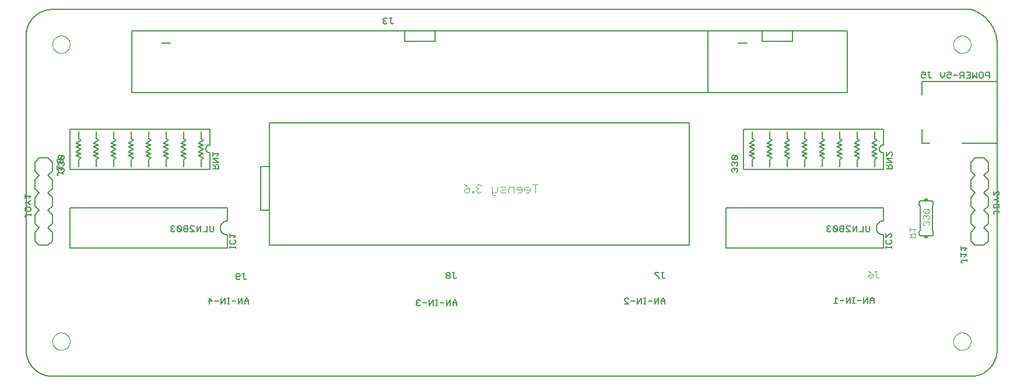
<source format=gbo>
G75*
%MOIN*%
%OFA0B0*%
%FSLAX25Y25*%
%IPPOS*%
%LPD*%
%AMOC8*
5,1,8,0,0,1.08239X$1,22.5*
%
%ADD10C,0.00000*%
%ADD11C,0.00600*%
%ADD12C,0.00500*%
%ADD13C,0.00800*%
%ADD14C,0.00400*%
%ADD15R,0.02000X0.01500*%
D10*
X0019000Y0021300D02*
X0019002Y0021441D01*
X0019008Y0021582D01*
X0019018Y0021722D01*
X0019032Y0021862D01*
X0019050Y0022002D01*
X0019071Y0022141D01*
X0019097Y0022280D01*
X0019126Y0022418D01*
X0019160Y0022554D01*
X0019197Y0022690D01*
X0019238Y0022825D01*
X0019283Y0022959D01*
X0019332Y0023091D01*
X0019384Y0023222D01*
X0019440Y0023351D01*
X0019500Y0023478D01*
X0019563Y0023604D01*
X0019629Y0023728D01*
X0019700Y0023851D01*
X0019773Y0023971D01*
X0019850Y0024089D01*
X0019930Y0024205D01*
X0020014Y0024318D01*
X0020100Y0024429D01*
X0020190Y0024538D01*
X0020283Y0024644D01*
X0020378Y0024747D01*
X0020477Y0024848D01*
X0020578Y0024946D01*
X0020682Y0025041D01*
X0020789Y0025133D01*
X0020898Y0025222D01*
X0021010Y0025307D01*
X0021124Y0025390D01*
X0021240Y0025470D01*
X0021359Y0025546D01*
X0021480Y0025618D01*
X0021602Y0025688D01*
X0021727Y0025753D01*
X0021853Y0025816D01*
X0021981Y0025874D01*
X0022111Y0025929D01*
X0022242Y0025981D01*
X0022375Y0026028D01*
X0022509Y0026072D01*
X0022644Y0026113D01*
X0022780Y0026149D01*
X0022917Y0026181D01*
X0023055Y0026210D01*
X0023193Y0026235D01*
X0023333Y0026255D01*
X0023473Y0026272D01*
X0023613Y0026285D01*
X0023754Y0026294D01*
X0023894Y0026299D01*
X0024035Y0026300D01*
X0024176Y0026297D01*
X0024317Y0026290D01*
X0024457Y0026279D01*
X0024597Y0026264D01*
X0024737Y0026245D01*
X0024876Y0026223D01*
X0025014Y0026196D01*
X0025152Y0026166D01*
X0025288Y0026131D01*
X0025424Y0026093D01*
X0025558Y0026051D01*
X0025692Y0026005D01*
X0025824Y0025956D01*
X0025954Y0025902D01*
X0026083Y0025845D01*
X0026210Y0025785D01*
X0026336Y0025721D01*
X0026459Y0025653D01*
X0026581Y0025582D01*
X0026701Y0025508D01*
X0026818Y0025430D01*
X0026933Y0025349D01*
X0027046Y0025265D01*
X0027157Y0025178D01*
X0027265Y0025087D01*
X0027370Y0024994D01*
X0027473Y0024897D01*
X0027573Y0024798D01*
X0027670Y0024696D01*
X0027764Y0024591D01*
X0027855Y0024484D01*
X0027943Y0024374D01*
X0028028Y0024262D01*
X0028110Y0024147D01*
X0028189Y0024030D01*
X0028264Y0023911D01*
X0028336Y0023790D01*
X0028404Y0023667D01*
X0028469Y0023542D01*
X0028531Y0023415D01*
X0028588Y0023286D01*
X0028643Y0023156D01*
X0028693Y0023025D01*
X0028740Y0022892D01*
X0028783Y0022758D01*
X0028822Y0022622D01*
X0028857Y0022486D01*
X0028889Y0022349D01*
X0028916Y0022211D01*
X0028940Y0022072D01*
X0028960Y0021932D01*
X0028976Y0021792D01*
X0028988Y0021652D01*
X0028996Y0021511D01*
X0029000Y0021370D01*
X0029000Y0021230D01*
X0028996Y0021089D01*
X0028988Y0020948D01*
X0028976Y0020808D01*
X0028960Y0020668D01*
X0028940Y0020528D01*
X0028916Y0020389D01*
X0028889Y0020251D01*
X0028857Y0020114D01*
X0028822Y0019978D01*
X0028783Y0019842D01*
X0028740Y0019708D01*
X0028693Y0019575D01*
X0028643Y0019444D01*
X0028588Y0019314D01*
X0028531Y0019185D01*
X0028469Y0019058D01*
X0028404Y0018933D01*
X0028336Y0018810D01*
X0028264Y0018689D01*
X0028189Y0018570D01*
X0028110Y0018453D01*
X0028028Y0018338D01*
X0027943Y0018226D01*
X0027855Y0018116D01*
X0027764Y0018009D01*
X0027670Y0017904D01*
X0027573Y0017802D01*
X0027473Y0017703D01*
X0027370Y0017606D01*
X0027265Y0017513D01*
X0027157Y0017422D01*
X0027046Y0017335D01*
X0026933Y0017251D01*
X0026818Y0017170D01*
X0026701Y0017092D01*
X0026581Y0017018D01*
X0026459Y0016947D01*
X0026336Y0016879D01*
X0026210Y0016815D01*
X0026083Y0016755D01*
X0025954Y0016698D01*
X0025824Y0016644D01*
X0025692Y0016595D01*
X0025558Y0016549D01*
X0025424Y0016507D01*
X0025288Y0016469D01*
X0025152Y0016434D01*
X0025014Y0016404D01*
X0024876Y0016377D01*
X0024737Y0016355D01*
X0024597Y0016336D01*
X0024457Y0016321D01*
X0024317Y0016310D01*
X0024176Y0016303D01*
X0024035Y0016300D01*
X0023894Y0016301D01*
X0023754Y0016306D01*
X0023613Y0016315D01*
X0023473Y0016328D01*
X0023333Y0016345D01*
X0023193Y0016365D01*
X0023055Y0016390D01*
X0022917Y0016419D01*
X0022780Y0016451D01*
X0022644Y0016487D01*
X0022509Y0016528D01*
X0022375Y0016572D01*
X0022242Y0016619D01*
X0022111Y0016671D01*
X0021981Y0016726D01*
X0021853Y0016784D01*
X0021727Y0016847D01*
X0021602Y0016912D01*
X0021480Y0016982D01*
X0021359Y0017054D01*
X0021240Y0017130D01*
X0021124Y0017210D01*
X0021010Y0017293D01*
X0020898Y0017378D01*
X0020789Y0017467D01*
X0020682Y0017559D01*
X0020578Y0017654D01*
X0020477Y0017752D01*
X0020378Y0017853D01*
X0020283Y0017956D01*
X0020190Y0018062D01*
X0020100Y0018171D01*
X0020014Y0018282D01*
X0019930Y0018395D01*
X0019850Y0018511D01*
X0019773Y0018629D01*
X0019700Y0018749D01*
X0019629Y0018872D01*
X0019563Y0018996D01*
X0019500Y0019122D01*
X0019440Y0019249D01*
X0019384Y0019378D01*
X0019332Y0019509D01*
X0019283Y0019641D01*
X0019238Y0019775D01*
X0019197Y0019910D01*
X0019160Y0020046D01*
X0019126Y0020182D01*
X0019097Y0020320D01*
X0019071Y0020459D01*
X0019050Y0020598D01*
X0019032Y0020738D01*
X0019018Y0020878D01*
X0019008Y0021018D01*
X0019002Y0021159D01*
X0019000Y0021300D01*
X0019000Y0191300D02*
X0019002Y0191441D01*
X0019008Y0191582D01*
X0019018Y0191722D01*
X0019032Y0191862D01*
X0019050Y0192002D01*
X0019071Y0192141D01*
X0019097Y0192280D01*
X0019126Y0192418D01*
X0019160Y0192554D01*
X0019197Y0192690D01*
X0019238Y0192825D01*
X0019283Y0192959D01*
X0019332Y0193091D01*
X0019384Y0193222D01*
X0019440Y0193351D01*
X0019500Y0193478D01*
X0019563Y0193604D01*
X0019629Y0193728D01*
X0019700Y0193851D01*
X0019773Y0193971D01*
X0019850Y0194089D01*
X0019930Y0194205D01*
X0020014Y0194318D01*
X0020100Y0194429D01*
X0020190Y0194538D01*
X0020283Y0194644D01*
X0020378Y0194747D01*
X0020477Y0194848D01*
X0020578Y0194946D01*
X0020682Y0195041D01*
X0020789Y0195133D01*
X0020898Y0195222D01*
X0021010Y0195307D01*
X0021124Y0195390D01*
X0021240Y0195470D01*
X0021359Y0195546D01*
X0021480Y0195618D01*
X0021602Y0195688D01*
X0021727Y0195753D01*
X0021853Y0195816D01*
X0021981Y0195874D01*
X0022111Y0195929D01*
X0022242Y0195981D01*
X0022375Y0196028D01*
X0022509Y0196072D01*
X0022644Y0196113D01*
X0022780Y0196149D01*
X0022917Y0196181D01*
X0023055Y0196210D01*
X0023193Y0196235D01*
X0023333Y0196255D01*
X0023473Y0196272D01*
X0023613Y0196285D01*
X0023754Y0196294D01*
X0023894Y0196299D01*
X0024035Y0196300D01*
X0024176Y0196297D01*
X0024317Y0196290D01*
X0024457Y0196279D01*
X0024597Y0196264D01*
X0024737Y0196245D01*
X0024876Y0196223D01*
X0025014Y0196196D01*
X0025152Y0196166D01*
X0025288Y0196131D01*
X0025424Y0196093D01*
X0025558Y0196051D01*
X0025692Y0196005D01*
X0025824Y0195956D01*
X0025954Y0195902D01*
X0026083Y0195845D01*
X0026210Y0195785D01*
X0026336Y0195721D01*
X0026459Y0195653D01*
X0026581Y0195582D01*
X0026701Y0195508D01*
X0026818Y0195430D01*
X0026933Y0195349D01*
X0027046Y0195265D01*
X0027157Y0195178D01*
X0027265Y0195087D01*
X0027370Y0194994D01*
X0027473Y0194897D01*
X0027573Y0194798D01*
X0027670Y0194696D01*
X0027764Y0194591D01*
X0027855Y0194484D01*
X0027943Y0194374D01*
X0028028Y0194262D01*
X0028110Y0194147D01*
X0028189Y0194030D01*
X0028264Y0193911D01*
X0028336Y0193790D01*
X0028404Y0193667D01*
X0028469Y0193542D01*
X0028531Y0193415D01*
X0028588Y0193286D01*
X0028643Y0193156D01*
X0028693Y0193025D01*
X0028740Y0192892D01*
X0028783Y0192758D01*
X0028822Y0192622D01*
X0028857Y0192486D01*
X0028889Y0192349D01*
X0028916Y0192211D01*
X0028940Y0192072D01*
X0028960Y0191932D01*
X0028976Y0191792D01*
X0028988Y0191652D01*
X0028996Y0191511D01*
X0029000Y0191370D01*
X0029000Y0191230D01*
X0028996Y0191089D01*
X0028988Y0190948D01*
X0028976Y0190808D01*
X0028960Y0190668D01*
X0028940Y0190528D01*
X0028916Y0190389D01*
X0028889Y0190251D01*
X0028857Y0190114D01*
X0028822Y0189978D01*
X0028783Y0189842D01*
X0028740Y0189708D01*
X0028693Y0189575D01*
X0028643Y0189444D01*
X0028588Y0189314D01*
X0028531Y0189185D01*
X0028469Y0189058D01*
X0028404Y0188933D01*
X0028336Y0188810D01*
X0028264Y0188689D01*
X0028189Y0188570D01*
X0028110Y0188453D01*
X0028028Y0188338D01*
X0027943Y0188226D01*
X0027855Y0188116D01*
X0027764Y0188009D01*
X0027670Y0187904D01*
X0027573Y0187802D01*
X0027473Y0187703D01*
X0027370Y0187606D01*
X0027265Y0187513D01*
X0027157Y0187422D01*
X0027046Y0187335D01*
X0026933Y0187251D01*
X0026818Y0187170D01*
X0026701Y0187092D01*
X0026581Y0187018D01*
X0026459Y0186947D01*
X0026336Y0186879D01*
X0026210Y0186815D01*
X0026083Y0186755D01*
X0025954Y0186698D01*
X0025824Y0186644D01*
X0025692Y0186595D01*
X0025558Y0186549D01*
X0025424Y0186507D01*
X0025288Y0186469D01*
X0025152Y0186434D01*
X0025014Y0186404D01*
X0024876Y0186377D01*
X0024737Y0186355D01*
X0024597Y0186336D01*
X0024457Y0186321D01*
X0024317Y0186310D01*
X0024176Y0186303D01*
X0024035Y0186300D01*
X0023894Y0186301D01*
X0023754Y0186306D01*
X0023613Y0186315D01*
X0023473Y0186328D01*
X0023333Y0186345D01*
X0023193Y0186365D01*
X0023055Y0186390D01*
X0022917Y0186419D01*
X0022780Y0186451D01*
X0022644Y0186487D01*
X0022509Y0186528D01*
X0022375Y0186572D01*
X0022242Y0186619D01*
X0022111Y0186671D01*
X0021981Y0186726D01*
X0021853Y0186784D01*
X0021727Y0186847D01*
X0021602Y0186912D01*
X0021480Y0186982D01*
X0021359Y0187054D01*
X0021240Y0187130D01*
X0021124Y0187210D01*
X0021010Y0187293D01*
X0020898Y0187378D01*
X0020789Y0187467D01*
X0020682Y0187559D01*
X0020578Y0187654D01*
X0020477Y0187752D01*
X0020378Y0187853D01*
X0020283Y0187956D01*
X0020190Y0188062D01*
X0020100Y0188171D01*
X0020014Y0188282D01*
X0019930Y0188395D01*
X0019850Y0188511D01*
X0019773Y0188629D01*
X0019700Y0188749D01*
X0019629Y0188872D01*
X0019563Y0188996D01*
X0019500Y0189122D01*
X0019440Y0189249D01*
X0019384Y0189378D01*
X0019332Y0189509D01*
X0019283Y0189641D01*
X0019238Y0189775D01*
X0019197Y0189910D01*
X0019160Y0190046D01*
X0019126Y0190182D01*
X0019097Y0190320D01*
X0019071Y0190459D01*
X0019050Y0190598D01*
X0019032Y0190738D01*
X0019018Y0190878D01*
X0019008Y0191018D01*
X0019002Y0191159D01*
X0019000Y0191300D01*
X0534000Y0191300D02*
X0534002Y0191441D01*
X0534008Y0191582D01*
X0534018Y0191722D01*
X0534032Y0191862D01*
X0534050Y0192002D01*
X0534071Y0192141D01*
X0534097Y0192280D01*
X0534126Y0192418D01*
X0534160Y0192554D01*
X0534197Y0192690D01*
X0534238Y0192825D01*
X0534283Y0192959D01*
X0534332Y0193091D01*
X0534384Y0193222D01*
X0534440Y0193351D01*
X0534500Y0193478D01*
X0534563Y0193604D01*
X0534629Y0193728D01*
X0534700Y0193851D01*
X0534773Y0193971D01*
X0534850Y0194089D01*
X0534930Y0194205D01*
X0535014Y0194318D01*
X0535100Y0194429D01*
X0535190Y0194538D01*
X0535283Y0194644D01*
X0535378Y0194747D01*
X0535477Y0194848D01*
X0535578Y0194946D01*
X0535682Y0195041D01*
X0535789Y0195133D01*
X0535898Y0195222D01*
X0536010Y0195307D01*
X0536124Y0195390D01*
X0536240Y0195470D01*
X0536359Y0195546D01*
X0536480Y0195618D01*
X0536602Y0195688D01*
X0536727Y0195753D01*
X0536853Y0195816D01*
X0536981Y0195874D01*
X0537111Y0195929D01*
X0537242Y0195981D01*
X0537375Y0196028D01*
X0537509Y0196072D01*
X0537644Y0196113D01*
X0537780Y0196149D01*
X0537917Y0196181D01*
X0538055Y0196210D01*
X0538193Y0196235D01*
X0538333Y0196255D01*
X0538473Y0196272D01*
X0538613Y0196285D01*
X0538754Y0196294D01*
X0538894Y0196299D01*
X0539035Y0196300D01*
X0539176Y0196297D01*
X0539317Y0196290D01*
X0539457Y0196279D01*
X0539597Y0196264D01*
X0539737Y0196245D01*
X0539876Y0196223D01*
X0540014Y0196196D01*
X0540152Y0196166D01*
X0540288Y0196131D01*
X0540424Y0196093D01*
X0540558Y0196051D01*
X0540692Y0196005D01*
X0540824Y0195956D01*
X0540954Y0195902D01*
X0541083Y0195845D01*
X0541210Y0195785D01*
X0541336Y0195721D01*
X0541459Y0195653D01*
X0541581Y0195582D01*
X0541701Y0195508D01*
X0541818Y0195430D01*
X0541933Y0195349D01*
X0542046Y0195265D01*
X0542157Y0195178D01*
X0542265Y0195087D01*
X0542370Y0194994D01*
X0542473Y0194897D01*
X0542573Y0194798D01*
X0542670Y0194696D01*
X0542764Y0194591D01*
X0542855Y0194484D01*
X0542943Y0194374D01*
X0543028Y0194262D01*
X0543110Y0194147D01*
X0543189Y0194030D01*
X0543264Y0193911D01*
X0543336Y0193790D01*
X0543404Y0193667D01*
X0543469Y0193542D01*
X0543531Y0193415D01*
X0543588Y0193286D01*
X0543643Y0193156D01*
X0543693Y0193025D01*
X0543740Y0192892D01*
X0543783Y0192758D01*
X0543822Y0192622D01*
X0543857Y0192486D01*
X0543889Y0192349D01*
X0543916Y0192211D01*
X0543940Y0192072D01*
X0543960Y0191932D01*
X0543976Y0191792D01*
X0543988Y0191652D01*
X0543996Y0191511D01*
X0544000Y0191370D01*
X0544000Y0191230D01*
X0543996Y0191089D01*
X0543988Y0190948D01*
X0543976Y0190808D01*
X0543960Y0190668D01*
X0543940Y0190528D01*
X0543916Y0190389D01*
X0543889Y0190251D01*
X0543857Y0190114D01*
X0543822Y0189978D01*
X0543783Y0189842D01*
X0543740Y0189708D01*
X0543693Y0189575D01*
X0543643Y0189444D01*
X0543588Y0189314D01*
X0543531Y0189185D01*
X0543469Y0189058D01*
X0543404Y0188933D01*
X0543336Y0188810D01*
X0543264Y0188689D01*
X0543189Y0188570D01*
X0543110Y0188453D01*
X0543028Y0188338D01*
X0542943Y0188226D01*
X0542855Y0188116D01*
X0542764Y0188009D01*
X0542670Y0187904D01*
X0542573Y0187802D01*
X0542473Y0187703D01*
X0542370Y0187606D01*
X0542265Y0187513D01*
X0542157Y0187422D01*
X0542046Y0187335D01*
X0541933Y0187251D01*
X0541818Y0187170D01*
X0541701Y0187092D01*
X0541581Y0187018D01*
X0541459Y0186947D01*
X0541336Y0186879D01*
X0541210Y0186815D01*
X0541083Y0186755D01*
X0540954Y0186698D01*
X0540824Y0186644D01*
X0540692Y0186595D01*
X0540558Y0186549D01*
X0540424Y0186507D01*
X0540288Y0186469D01*
X0540152Y0186434D01*
X0540014Y0186404D01*
X0539876Y0186377D01*
X0539737Y0186355D01*
X0539597Y0186336D01*
X0539457Y0186321D01*
X0539317Y0186310D01*
X0539176Y0186303D01*
X0539035Y0186300D01*
X0538894Y0186301D01*
X0538754Y0186306D01*
X0538613Y0186315D01*
X0538473Y0186328D01*
X0538333Y0186345D01*
X0538193Y0186365D01*
X0538055Y0186390D01*
X0537917Y0186419D01*
X0537780Y0186451D01*
X0537644Y0186487D01*
X0537509Y0186528D01*
X0537375Y0186572D01*
X0537242Y0186619D01*
X0537111Y0186671D01*
X0536981Y0186726D01*
X0536853Y0186784D01*
X0536727Y0186847D01*
X0536602Y0186912D01*
X0536480Y0186982D01*
X0536359Y0187054D01*
X0536240Y0187130D01*
X0536124Y0187210D01*
X0536010Y0187293D01*
X0535898Y0187378D01*
X0535789Y0187467D01*
X0535682Y0187559D01*
X0535578Y0187654D01*
X0535477Y0187752D01*
X0535378Y0187853D01*
X0535283Y0187956D01*
X0535190Y0188062D01*
X0535100Y0188171D01*
X0535014Y0188282D01*
X0534930Y0188395D01*
X0534850Y0188511D01*
X0534773Y0188629D01*
X0534700Y0188749D01*
X0534629Y0188872D01*
X0534563Y0188996D01*
X0534500Y0189122D01*
X0534440Y0189249D01*
X0534384Y0189378D01*
X0534332Y0189509D01*
X0534283Y0189641D01*
X0534238Y0189775D01*
X0534197Y0189910D01*
X0534160Y0190046D01*
X0534126Y0190182D01*
X0534097Y0190320D01*
X0534071Y0190459D01*
X0534050Y0190598D01*
X0534032Y0190738D01*
X0534018Y0190878D01*
X0534008Y0191018D01*
X0534002Y0191159D01*
X0534000Y0191300D01*
X0534000Y0021300D02*
X0534002Y0021441D01*
X0534008Y0021582D01*
X0534018Y0021722D01*
X0534032Y0021862D01*
X0534050Y0022002D01*
X0534071Y0022141D01*
X0534097Y0022280D01*
X0534126Y0022418D01*
X0534160Y0022554D01*
X0534197Y0022690D01*
X0534238Y0022825D01*
X0534283Y0022959D01*
X0534332Y0023091D01*
X0534384Y0023222D01*
X0534440Y0023351D01*
X0534500Y0023478D01*
X0534563Y0023604D01*
X0534629Y0023728D01*
X0534700Y0023851D01*
X0534773Y0023971D01*
X0534850Y0024089D01*
X0534930Y0024205D01*
X0535014Y0024318D01*
X0535100Y0024429D01*
X0535190Y0024538D01*
X0535283Y0024644D01*
X0535378Y0024747D01*
X0535477Y0024848D01*
X0535578Y0024946D01*
X0535682Y0025041D01*
X0535789Y0025133D01*
X0535898Y0025222D01*
X0536010Y0025307D01*
X0536124Y0025390D01*
X0536240Y0025470D01*
X0536359Y0025546D01*
X0536480Y0025618D01*
X0536602Y0025688D01*
X0536727Y0025753D01*
X0536853Y0025816D01*
X0536981Y0025874D01*
X0537111Y0025929D01*
X0537242Y0025981D01*
X0537375Y0026028D01*
X0537509Y0026072D01*
X0537644Y0026113D01*
X0537780Y0026149D01*
X0537917Y0026181D01*
X0538055Y0026210D01*
X0538193Y0026235D01*
X0538333Y0026255D01*
X0538473Y0026272D01*
X0538613Y0026285D01*
X0538754Y0026294D01*
X0538894Y0026299D01*
X0539035Y0026300D01*
X0539176Y0026297D01*
X0539317Y0026290D01*
X0539457Y0026279D01*
X0539597Y0026264D01*
X0539737Y0026245D01*
X0539876Y0026223D01*
X0540014Y0026196D01*
X0540152Y0026166D01*
X0540288Y0026131D01*
X0540424Y0026093D01*
X0540558Y0026051D01*
X0540692Y0026005D01*
X0540824Y0025956D01*
X0540954Y0025902D01*
X0541083Y0025845D01*
X0541210Y0025785D01*
X0541336Y0025721D01*
X0541459Y0025653D01*
X0541581Y0025582D01*
X0541701Y0025508D01*
X0541818Y0025430D01*
X0541933Y0025349D01*
X0542046Y0025265D01*
X0542157Y0025178D01*
X0542265Y0025087D01*
X0542370Y0024994D01*
X0542473Y0024897D01*
X0542573Y0024798D01*
X0542670Y0024696D01*
X0542764Y0024591D01*
X0542855Y0024484D01*
X0542943Y0024374D01*
X0543028Y0024262D01*
X0543110Y0024147D01*
X0543189Y0024030D01*
X0543264Y0023911D01*
X0543336Y0023790D01*
X0543404Y0023667D01*
X0543469Y0023542D01*
X0543531Y0023415D01*
X0543588Y0023286D01*
X0543643Y0023156D01*
X0543693Y0023025D01*
X0543740Y0022892D01*
X0543783Y0022758D01*
X0543822Y0022622D01*
X0543857Y0022486D01*
X0543889Y0022349D01*
X0543916Y0022211D01*
X0543940Y0022072D01*
X0543960Y0021932D01*
X0543976Y0021792D01*
X0543988Y0021652D01*
X0543996Y0021511D01*
X0544000Y0021370D01*
X0544000Y0021230D01*
X0543996Y0021089D01*
X0543988Y0020948D01*
X0543976Y0020808D01*
X0543960Y0020668D01*
X0543940Y0020528D01*
X0543916Y0020389D01*
X0543889Y0020251D01*
X0543857Y0020114D01*
X0543822Y0019978D01*
X0543783Y0019842D01*
X0543740Y0019708D01*
X0543693Y0019575D01*
X0543643Y0019444D01*
X0543588Y0019314D01*
X0543531Y0019185D01*
X0543469Y0019058D01*
X0543404Y0018933D01*
X0543336Y0018810D01*
X0543264Y0018689D01*
X0543189Y0018570D01*
X0543110Y0018453D01*
X0543028Y0018338D01*
X0542943Y0018226D01*
X0542855Y0018116D01*
X0542764Y0018009D01*
X0542670Y0017904D01*
X0542573Y0017802D01*
X0542473Y0017703D01*
X0542370Y0017606D01*
X0542265Y0017513D01*
X0542157Y0017422D01*
X0542046Y0017335D01*
X0541933Y0017251D01*
X0541818Y0017170D01*
X0541701Y0017092D01*
X0541581Y0017018D01*
X0541459Y0016947D01*
X0541336Y0016879D01*
X0541210Y0016815D01*
X0541083Y0016755D01*
X0540954Y0016698D01*
X0540824Y0016644D01*
X0540692Y0016595D01*
X0540558Y0016549D01*
X0540424Y0016507D01*
X0540288Y0016469D01*
X0540152Y0016434D01*
X0540014Y0016404D01*
X0539876Y0016377D01*
X0539737Y0016355D01*
X0539597Y0016336D01*
X0539457Y0016321D01*
X0539317Y0016310D01*
X0539176Y0016303D01*
X0539035Y0016300D01*
X0538894Y0016301D01*
X0538754Y0016306D01*
X0538613Y0016315D01*
X0538473Y0016328D01*
X0538333Y0016345D01*
X0538193Y0016365D01*
X0538055Y0016390D01*
X0537917Y0016419D01*
X0537780Y0016451D01*
X0537644Y0016487D01*
X0537509Y0016528D01*
X0537375Y0016572D01*
X0537242Y0016619D01*
X0537111Y0016671D01*
X0536981Y0016726D01*
X0536853Y0016784D01*
X0536727Y0016847D01*
X0536602Y0016912D01*
X0536480Y0016982D01*
X0536359Y0017054D01*
X0536240Y0017130D01*
X0536124Y0017210D01*
X0536010Y0017293D01*
X0535898Y0017378D01*
X0535789Y0017467D01*
X0535682Y0017559D01*
X0535578Y0017654D01*
X0535477Y0017752D01*
X0535378Y0017853D01*
X0535283Y0017956D01*
X0535190Y0018062D01*
X0535100Y0018171D01*
X0535014Y0018282D01*
X0534930Y0018395D01*
X0534850Y0018511D01*
X0534773Y0018629D01*
X0534700Y0018749D01*
X0534629Y0018872D01*
X0534563Y0018996D01*
X0534500Y0019122D01*
X0534440Y0019249D01*
X0534384Y0019378D01*
X0534332Y0019509D01*
X0534283Y0019641D01*
X0534238Y0019775D01*
X0534197Y0019910D01*
X0534160Y0020046D01*
X0534126Y0020182D01*
X0534097Y0020320D01*
X0534071Y0020459D01*
X0534050Y0020598D01*
X0534032Y0020738D01*
X0534018Y0020878D01*
X0534008Y0021018D01*
X0534002Y0021159D01*
X0534000Y0021300D01*
D11*
X0544000Y0001300D02*
X0019000Y0001300D01*
X0018638Y0001304D01*
X0018275Y0001318D01*
X0017913Y0001339D01*
X0017552Y0001370D01*
X0017192Y0001409D01*
X0016833Y0001457D01*
X0016475Y0001514D01*
X0016118Y0001579D01*
X0015763Y0001653D01*
X0015410Y0001736D01*
X0015059Y0001827D01*
X0014711Y0001926D01*
X0014365Y0002034D01*
X0014021Y0002150D01*
X0013681Y0002275D01*
X0013344Y0002407D01*
X0013010Y0002548D01*
X0012679Y0002697D01*
X0012352Y0002854D01*
X0012029Y0003018D01*
X0011710Y0003190D01*
X0011396Y0003370D01*
X0011085Y0003558D01*
X0010780Y0003753D01*
X0010479Y0003955D01*
X0010183Y0004165D01*
X0009893Y0004381D01*
X0009607Y0004605D01*
X0009327Y0004835D01*
X0009053Y0005072D01*
X0008785Y0005316D01*
X0008522Y0005566D01*
X0008266Y0005822D01*
X0008016Y0006085D01*
X0007772Y0006353D01*
X0007535Y0006627D01*
X0007305Y0006907D01*
X0007081Y0007193D01*
X0006865Y0007483D01*
X0006655Y0007779D01*
X0006453Y0008080D01*
X0006258Y0008385D01*
X0006070Y0008696D01*
X0005890Y0009010D01*
X0005718Y0009329D01*
X0005554Y0009652D01*
X0005397Y0009979D01*
X0005248Y0010310D01*
X0005107Y0010644D01*
X0004975Y0010981D01*
X0004850Y0011321D01*
X0004734Y0011665D01*
X0004626Y0012011D01*
X0004527Y0012359D01*
X0004436Y0012710D01*
X0004353Y0013063D01*
X0004279Y0013418D01*
X0004214Y0013775D01*
X0004157Y0014133D01*
X0004109Y0014492D01*
X0004070Y0014852D01*
X0004039Y0015213D01*
X0004018Y0015575D01*
X0004004Y0015938D01*
X0004000Y0016300D01*
X0004000Y0196300D01*
X0004004Y0196662D01*
X0004018Y0197025D01*
X0004039Y0197387D01*
X0004070Y0197748D01*
X0004109Y0198108D01*
X0004157Y0198467D01*
X0004214Y0198825D01*
X0004279Y0199182D01*
X0004353Y0199537D01*
X0004436Y0199890D01*
X0004527Y0200241D01*
X0004626Y0200589D01*
X0004734Y0200935D01*
X0004850Y0201279D01*
X0004975Y0201619D01*
X0005107Y0201956D01*
X0005248Y0202290D01*
X0005397Y0202621D01*
X0005554Y0202948D01*
X0005718Y0203271D01*
X0005890Y0203590D01*
X0006070Y0203904D01*
X0006258Y0204215D01*
X0006453Y0204520D01*
X0006655Y0204821D01*
X0006865Y0205117D01*
X0007081Y0205407D01*
X0007305Y0205693D01*
X0007535Y0205973D01*
X0007772Y0206247D01*
X0008016Y0206515D01*
X0008266Y0206778D01*
X0008522Y0207034D01*
X0008785Y0207284D01*
X0009053Y0207528D01*
X0009327Y0207765D01*
X0009607Y0207995D01*
X0009893Y0208219D01*
X0010183Y0208435D01*
X0010479Y0208645D01*
X0010780Y0208847D01*
X0011085Y0209042D01*
X0011396Y0209230D01*
X0011710Y0209410D01*
X0012029Y0209582D01*
X0012352Y0209746D01*
X0012679Y0209903D01*
X0013010Y0210052D01*
X0013344Y0210193D01*
X0013681Y0210325D01*
X0014021Y0210450D01*
X0014365Y0210566D01*
X0014711Y0210674D01*
X0015059Y0210773D01*
X0015410Y0210864D01*
X0015763Y0210947D01*
X0016118Y0211021D01*
X0016475Y0211086D01*
X0016833Y0211143D01*
X0017192Y0211191D01*
X0017552Y0211230D01*
X0017913Y0211261D01*
X0018275Y0211282D01*
X0018638Y0211296D01*
X0019000Y0211300D01*
X0544000Y0211300D01*
X0544484Y0211152D01*
X0544964Y0210993D01*
X0545440Y0210822D01*
X0545912Y0210640D01*
X0546380Y0210446D01*
X0546842Y0210241D01*
X0547299Y0210025D01*
X0547751Y0209797D01*
X0548198Y0209559D01*
X0548638Y0209310D01*
X0549072Y0209051D01*
X0549500Y0208781D01*
X0549921Y0208500D01*
X0550335Y0208210D01*
X0550742Y0207909D01*
X0551142Y0207599D01*
X0551534Y0207279D01*
X0551918Y0206950D01*
X0552294Y0206612D01*
X0552661Y0206264D01*
X0553021Y0205908D01*
X0553371Y0205543D01*
X0553712Y0205169D01*
X0554044Y0204788D01*
X0554367Y0204398D01*
X0554680Y0204001D01*
X0554984Y0203597D01*
X0555278Y0203185D01*
X0555561Y0202766D01*
X0555834Y0202340D01*
X0556097Y0201908D01*
X0556349Y0201469D01*
X0556591Y0201025D01*
X0556822Y0200574D01*
X0557041Y0200119D01*
X0557250Y0199658D01*
X0557447Y0199192D01*
X0557633Y0198722D01*
X0557808Y0198247D01*
X0557971Y0197768D01*
X0558122Y0197285D01*
X0558261Y0196799D01*
X0558389Y0196309D01*
X0558504Y0195817D01*
X0558608Y0195322D01*
X0558700Y0194824D01*
X0558779Y0194325D01*
X0558847Y0193823D01*
X0558902Y0193320D01*
X0558945Y0192816D01*
X0558975Y0192311D01*
X0558994Y0191806D01*
X0559000Y0191300D01*
X0559000Y0016300D01*
X0558996Y0015938D01*
X0558982Y0015575D01*
X0558961Y0015213D01*
X0558930Y0014852D01*
X0558891Y0014492D01*
X0558843Y0014133D01*
X0558786Y0013775D01*
X0558721Y0013418D01*
X0558647Y0013063D01*
X0558564Y0012710D01*
X0558473Y0012359D01*
X0558374Y0012011D01*
X0558266Y0011665D01*
X0558150Y0011321D01*
X0558025Y0010981D01*
X0557893Y0010644D01*
X0557752Y0010310D01*
X0557603Y0009979D01*
X0557446Y0009652D01*
X0557282Y0009329D01*
X0557110Y0009010D01*
X0556930Y0008696D01*
X0556742Y0008385D01*
X0556547Y0008080D01*
X0556345Y0007779D01*
X0556135Y0007483D01*
X0555919Y0007193D01*
X0555695Y0006907D01*
X0555465Y0006627D01*
X0555228Y0006353D01*
X0554984Y0006085D01*
X0554734Y0005822D01*
X0554478Y0005566D01*
X0554215Y0005316D01*
X0553947Y0005072D01*
X0553673Y0004835D01*
X0553393Y0004605D01*
X0553107Y0004381D01*
X0552817Y0004165D01*
X0552521Y0003955D01*
X0552220Y0003753D01*
X0551915Y0003558D01*
X0551604Y0003370D01*
X0551290Y0003190D01*
X0550971Y0003018D01*
X0550648Y0002854D01*
X0550321Y0002697D01*
X0549990Y0002548D01*
X0549656Y0002407D01*
X0549319Y0002275D01*
X0548979Y0002150D01*
X0548635Y0002034D01*
X0548289Y0001926D01*
X0547941Y0001827D01*
X0547590Y0001736D01*
X0547237Y0001653D01*
X0546882Y0001579D01*
X0546525Y0001514D01*
X0546167Y0001457D01*
X0545808Y0001409D01*
X0545448Y0001370D01*
X0545087Y0001339D01*
X0544725Y0001318D01*
X0544362Y0001304D01*
X0544000Y0001300D01*
X0488700Y0043100D02*
X0488700Y0045369D01*
X0487566Y0046503D01*
X0486431Y0045369D01*
X0486431Y0043100D01*
X0485017Y0043100D02*
X0485017Y0046503D01*
X0482748Y0043100D01*
X0482748Y0046503D01*
X0481334Y0044801D02*
X0479065Y0044801D01*
X0477651Y0043100D02*
X0476516Y0043100D01*
X0477083Y0043100D02*
X0477083Y0046503D01*
X0476516Y0046503D02*
X0477651Y0046503D01*
X0475195Y0046503D02*
X0472927Y0043100D01*
X0472927Y0046503D01*
X0471512Y0044801D02*
X0469243Y0044801D01*
X0467829Y0045369D02*
X0466695Y0046503D01*
X0466695Y0043100D01*
X0467829Y0043100D02*
X0465560Y0043100D01*
X0475195Y0043100D02*
X0475195Y0046503D01*
X0486431Y0044801D02*
X0488700Y0044801D01*
X0494000Y0074800D02*
X0404000Y0074800D01*
X0404000Y0097800D01*
X0494000Y0097800D01*
X0494000Y0090300D01*
X0486200Y0087503D02*
X0486200Y0084667D01*
X0485633Y0084100D01*
X0484499Y0084100D01*
X0483931Y0084667D01*
X0483931Y0087503D01*
X0482517Y0087503D02*
X0482517Y0084100D01*
X0480248Y0084100D01*
X0478834Y0084100D02*
X0478834Y0087503D01*
X0476565Y0084100D01*
X0476565Y0087503D01*
X0475151Y0086936D02*
X0474583Y0087503D01*
X0473449Y0087503D01*
X0472882Y0086936D01*
X0472882Y0086369D01*
X0475151Y0084100D01*
X0472882Y0084100D01*
X0471467Y0084667D02*
X0471467Y0085234D01*
X0470900Y0085801D01*
X0469766Y0085801D01*
X0469199Y0085234D01*
X0469199Y0084667D01*
X0469766Y0084100D01*
X0470900Y0084100D01*
X0471467Y0084667D01*
X0470900Y0085801D02*
X0471467Y0086369D01*
X0471467Y0086936D01*
X0470900Y0087503D01*
X0469766Y0087503D01*
X0469199Y0086936D01*
X0469199Y0086369D01*
X0469766Y0085801D01*
X0467784Y0084667D02*
X0467784Y0086936D01*
X0467217Y0087503D01*
X0466083Y0087503D01*
X0465516Y0086936D01*
X0467784Y0084667D01*
X0467217Y0084100D01*
X0466083Y0084100D01*
X0465516Y0084667D01*
X0465516Y0086936D01*
X0464101Y0086936D02*
X0463534Y0087503D01*
X0462400Y0087503D01*
X0461833Y0086936D01*
X0461833Y0086369D01*
X0462400Y0085801D01*
X0461833Y0085234D01*
X0461833Y0084667D01*
X0462400Y0084100D01*
X0463534Y0084100D01*
X0464101Y0084667D01*
X0462967Y0085801D02*
X0462400Y0085801D01*
X0494000Y0082300D02*
X0493874Y0082302D01*
X0493749Y0082308D01*
X0493624Y0082318D01*
X0493499Y0082332D01*
X0493374Y0082349D01*
X0493250Y0082371D01*
X0493127Y0082396D01*
X0493005Y0082426D01*
X0492884Y0082459D01*
X0492764Y0082496D01*
X0492645Y0082536D01*
X0492528Y0082581D01*
X0492411Y0082629D01*
X0492297Y0082681D01*
X0492184Y0082736D01*
X0492073Y0082795D01*
X0491964Y0082857D01*
X0491857Y0082923D01*
X0491752Y0082992D01*
X0491649Y0083064D01*
X0491548Y0083139D01*
X0491450Y0083218D01*
X0491355Y0083300D01*
X0491262Y0083384D01*
X0491172Y0083472D01*
X0491084Y0083562D01*
X0491000Y0083655D01*
X0490918Y0083750D01*
X0490839Y0083848D01*
X0490764Y0083949D01*
X0490692Y0084052D01*
X0490623Y0084157D01*
X0490557Y0084264D01*
X0490495Y0084373D01*
X0490436Y0084484D01*
X0490381Y0084597D01*
X0490329Y0084711D01*
X0490281Y0084828D01*
X0490236Y0084945D01*
X0490196Y0085064D01*
X0490159Y0085184D01*
X0490126Y0085305D01*
X0490096Y0085427D01*
X0490071Y0085550D01*
X0490049Y0085674D01*
X0490032Y0085799D01*
X0490018Y0085924D01*
X0490008Y0086049D01*
X0490002Y0086174D01*
X0490000Y0086300D01*
X0490002Y0086426D01*
X0490008Y0086551D01*
X0490018Y0086676D01*
X0490032Y0086801D01*
X0490049Y0086926D01*
X0490071Y0087050D01*
X0490096Y0087173D01*
X0490126Y0087295D01*
X0490159Y0087416D01*
X0490196Y0087536D01*
X0490236Y0087655D01*
X0490281Y0087772D01*
X0490329Y0087889D01*
X0490381Y0088003D01*
X0490436Y0088116D01*
X0490495Y0088227D01*
X0490557Y0088336D01*
X0490623Y0088443D01*
X0490692Y0088548D01*
X0490764Y0088651D01*
X0490839Y0088752D01*
X0490918Y0088850D01*
X0491000Y0088945D01*
X0491084Y0089038D01*
X0491172Y0089128D01*
X0491262Y0089216D01*
X0491355Y0089300D01*
X0491450Y0089382D01*
X0491548Y0089461D01*
X0491649Y0089536D01*
X0491752Y0089608D01*
X0491857Y0089677D01*
X0491964Y0089743D01*
X0492073Y0089805D01*
X0492184Y0089864D01*
X0492297Y0089919D01*
X0492411Y0089971D01*
X0492528Y0090019D01*
X0492645Y0090064D01*
X0492764Y0090104D01*
X0492884Y0090141D01*
X0493005Y0090174D01*
X0493127Y0090204D01*
X0493250Y0090229D01*
X0493374Y0090251D01*
X0493499Y0090268D01*
X0493624Y0090282D01*
X0493749Y0090292D01*
X0493874Y0090298D01*
X0494000Y0090300D01*
X0495300Y0083007D02*
X0495300Y0080739D01*
X0497569Y0083007D01*
X0498136Y0083007D01*
X0498703Y0082440D01*
X0498703Y0081306D01*
X0498136Y0080739D01*
X0498136Y0079324D02*
X0498703Y0078757D01*
X0498703Y0077623D01*
X0498136Y0077055D01*
X0495867Y0077055D01*
X0495300Y0077623D01*
X0495300Y0078757D01*
X0495867Y0079324D01*
X0494000Y0082300D02*
X0494000Y0074800D01*
X0495300Y0074600D02*
X0495300Y0075734D01*
X0495300Y0075167D02*
X0498703Y0075167D01*
X0498703Y0074600D02*
X0498703Y0075734D01*
X0514500Y0082800D02*
X0514500Y0084300D01*
X0515000Y0084800D01*
X0515000Y0098800D01*
X0514500Y0099300D01*
X0514500Y0100800D01*
X0514502Y0100860D01*
X0514507Y0100921D01*
X0514516Y0100980D01*
X0514529Y0101039D01*
X0514545Y0101098D01*
X0514565Y0101155D01*
X0514588Y0101210D01*
X0514615Y0101265D01*
X0514644Y0101317D01*
X0514677Y0101368D01*
X0514713Y0101417D01*
X0514751Y0101463D01*
X0514793Y0101507D01*
X0514837Y0101549D01*
X0514883Y0101587D01*
X0514932Y0101623D01*
X0514983Y0101656D01*
X0515035Y0101685D01*
X0515090Y0101712D01*
X0515145Y0101735D01*
X0515202Y0101755D01*
X0515261Y0101771D01*
X0515320Y0101784D01*
X0515379Y0101793D01*
X0515440Y0101798D01*
X0515500Y0101800D01*
X0521500Y0101800D01*
X0521560Y0101798D01*
X0521621Y0101793D01*
X0521680Y0101784D01*
X0521739Y0101771D01*
X0521798Y0101755D01*
X0521855Y0101735D01*
X0521910Y0101712D01*
X0521965Y0101685D01*
X0522017Y0101656D01*
X0522068Y0101623D01*
X0522117Y0101587D01*
X0522163Y0101549D01*
X0522207Y0101507D01*
X0522249Y0101463D01*
X0522287Y0101417D01*
X0522323Y0101368D01*
X0522356Y0101317D01*
X0522385Y0101265D01*
X0522412Y0101210D01*
X0522435Y0101155D01*
X0522455Y0101098D01*
X0522471Y0101039D01*
X0522484Y0100980D01*
X0522493Y0100921D01*
X0522498Y0100860D01*
X0522500Y0100800D01*
X0522500Y0099300D01*
X0522000Y0098800D01*
X0522000Y0084800D01*
X0522500Y0084300D01*
X0522500Y0082800D01*
X0522498Y0082740D01*
X0522493Y0082679D01*
X0522484Y0082620D01*
X0522471Y0082561D01*
X0522455Y0082502D01*
X0522435Y0082445D01*
X0522412Y0082390D01*
X0522385Y0082335D01*
X0522356Y0082283D01*
X0522323Y0082232D01*
X0522287Y0082183D01*
X0522249Y0082137D01*
X0522207Y0082093D01*
X0522163Y0082051D01*
X0522117Y0082013D01*
X0522068Y0081977D01*
X0522017Y0081944D01*
X0521965Y0081915D01*
X0521910Y0081888D01*
X0521855Y0081865D01*
X0521798Y0081845D01*
X0521739Y0081829D01*
X0521680Y0081816D01*
X0521621Y0081807D01*
X0521560Y0081802D01*
X0521500Y0081800D01*
X0515500Y0081800D01*
X0515440Y0081802D01*
X0515379Y0081807D01*
X0515320Y0081816D01*
X0515261Y0081829D01*
X0515202Y0081845D01*
X0515145Y0081865D01*
X0515090Y0081888D01*
X0515035Y0081915D01*
X0514983Y0081944D01*
X0514932Y0081977D01*
X0514883Y0082013D01*
X0514837Y0082051D01*
X0514793Y0082093D01*
X0514751Y0082137D01*
X0514713Y0082183D01*
X0514677Y0082232D01*
X0514644Y0082283D01*
X0514615Y0082335D01*
X0514588Y0082390D01*
X0514565Y0082445D01*
X0514545Y0082502D01*
X0514529Y0082561D01*
X0514516Y0082620D01*
X0514507Y0082679D01*
X0514502Y0082740D01*
X0514500Y0082800D01*
X0499203Y0120100D02*
X0495800Y0120100D01*
X0496934Y0120100D02*
X0496934Y0121801D01*
X0497501Y0122369D01*
X0498636Y0122369D01*
X0499203Y0121801D01*
X0499203Y0120100D01*
X0496934Y0121234D02*
X0495800Y0122369D01*
X0495800Y0123783D02*
X0499203Y0123783D01*
X0495800Y0126052D01*
X0499203Y0126052D01*
X0498636Y0127466D02*
X0499203Y0128033D01*
X0499203Y0129168D01*
X0498636Y0129735D01*
X0498069Y0129735D01*
X0495800Y0127466D01*
X0495800Y0129735D01*
X0494000Y0129300D02*
X0494000Y0119800D01*
X0414000Y0119800D01*
X0414000Y0142800D01*
X0494000Y0142800D01*
X0494000Y0133800D01*
X0493907Y0133798D01*
X0493814Y0133792D01*
X0493722Y0133783D01*
X0493630Y0133769D01*
X0493538Y0133752D01*
X0493448Y0133731D01*
X0493358Y0133706D01*
X0493269Y0133678D01*
X0493182Y0133646D01*
X0493096Y0133610D01*
X0493012Y0133571D01*
X0492929Y0133529D01*
X0492848Y0133483D01*
X0492769Y0133434D01*
X0492693Y0133381D01*
X0492618Y0133326D01*
X0492546Y0133267D01*
X0492476Y0133205D01*
X0492409Y0133141D01*
X0492345Y0133074D01*
X0492283Y0133004D01*
X0492224Y0132932D01*
X0492169Y0132857D01*
X0492116Y0132781D01*
X0492067Y0132702D01*
X0492021Y0132621D01*
X0491979Y0132538D01*
X0491940Y0132454D01*
X0491904Y0132368D01*
X0491872Y0132281D01*
X0491844Y0132192D01*
X0491819Y0132102D01*
X0491798Y0132012D01*
X0491781Y0131920D01*
X0491767Y0131828D01*
X0491758Y0131736D01*
X0491752Y0131643D01*
X0491750Y0131550D01*
X0491752Y0131457D01*
X0491758Y0131364D01*
X0491767Y0131272D01*
X0491781Y0131180D01*
X0491798Y0131088D01*
X0491819Y0130998D01*
X0491844Y0130908D01*
X0491872Y0130819D01*
X0491904Y0130732D01*
X0491940Y0130646D01*
X0491979Y0130562D01*
X0492021Y0130479D01*
X0492067Y0130398D01*
X0492116Y0130319D01*
X0492169Y0130243D01*
X0492224Y0130168D01*
X0492283Y0130096D01*
X0492345Y0130026D01*
X0492409Y0129959D01*
X0492476Y0129895D01*
X0492546Y0129833D01*
X0492618Y0129774D01*
X0492693Y0129719D01*
X0492769Y0129666D01*
X0492848Y0129617D01*
X0492929Y0129571D01*
X0493012Y0129529D01*
X0493096Y0129490D01*
X0493182Y0129454D01*
X0493269Y0129422D01*
X0493358Y0129394D01*
X0493448Y0129369D01*
X0493538Y0129348D01*
X0493630Y0129331D01*
X0493722Y0129317D01*
X0493814Y0129308D01*
X0493907Y0129302D01*
X0494000Y0129300D01*
X0410703Y0127168D02*
X0410136Y0127735D01*
X0407867Y0125466D01*
X0407300Y0126033D01*
X0407300Y0127168D01*
X0407867Y0127735D01*
X0410136Y0127735D01*
X0410703Y0127168D02*
X0410703Y0126033D01*
X0410136Y0125466D01*
X0407867Y0125466D01*
X0407867Y0124052D02*
X0407300Y0123485D01*
X0407300Y0122350D01*
X0407867Y0121783D01*
X0407867Y0120369D02*
X0407300Y0119801D01*
X0407300Y0118667D01*
X0407867Y0118100D01*
X0409001Y0119234D02*
X0409001Y0119801D01*
X0408434Y0120369D01*
X0407867Y0120369D01*
X0409001Y0119801D02*
X0409569Y0120369D01*
X0410136Y0120369D01*
X0410703Y0119801D01*
X0410703Y0118667D01*
X0410136Y0118100D01*
X0410136Y0121783D02*
X0410703Y0122350D01*
X0410703Y0123485D01*
X0410136Y0124052D01*
X0409569Y0124052D01*
X0409001Y0123485D01*
X0408434Y0124052D01*
X0407867Y0124052D01*
X0409001Y0123485D02*
X0409001Y0122917D01*
X0515748Y0172667D02*
X0516315Y0172100D01*
X0517450Y0172100D01*
X0518017Y0172667D01*
X0518017Y0173801D02*
X0516883Y0174369D01*
X0516315Y0174369D01*
X0515748Y0173801D01*
X0515748Y0172667D01*
X0518017Y0173801D02*
X0518017Y0175503D01*
X0515748Y0175503D01*
X0519431Y0175503D02*
X0520566Y0175503D01*
X0519999Y0175503D02*
X0519999Y0172667D01*
X0520566Y0172100D01*
X0521133Y0172100D01*
X0521700Y0172667D01*
X0526649Y0173234D02*
X0527784Y0172100D01*
X0528918Y0173234D01*
X0528918Y0175503D01*
X0530333Y0175503D02*
X0532601Y0175503D01*
X0532601Y0173801D01*
X0531467Y0174369D01*
X0530900Y0174369D01*
X0530333Y0173801D01*
X0530333Y0172667D01*
X0530900Y0172100D01*
X0532034Y0172100D01*
X0532601Y0172667D01*
X0534016Y0173801D02*
X0536284Y0173801D01*
X0537699Y0173801D02*
X0537699Y0174936D01*
X0538266Y0175503D01*
X0539967Y0175503D01*
X0539967Y0172100D01*
X0539967Y0173234D02*
X0538266Y0173234D01*
X0537699Y0173801D01*
X0538833Y0173234D02*
X0537699Y0172100D01*
X0541382Y0172100D02*
X0543651Y0172100D01*
X0543651Y0175503D01*
X0541382Y0175503D01*
X0542516Y0173801D02*
X0543651Y0173801D01*
X0545065Y0172100D02*
X0546199Y0173234D01*
X0547334Y0172100D01*
X0547334Y0175503D01*
X0548748Y0174936D02*
X0548748Y0172667D01*
X0549315Y0172100D01*
X0550450Y0172100D01*
X0551017Y0172667D01*
X0551017Y0174936D01*
X0550450Y0175503D01*
X0549315Y0175503D01*
X0548748Y0174936D01*
X0552431Y0174936D02*
X0552431Y0173801D01*
X0552999Y0173234D01*
X0554700Y0173234D01*
X0554700Y0172100D02*
X0554700Y0175503D01*
X0552999Y0175503D01*
X0552431Y0174936D01*
X0545065Y0175503D02*
X0545065Y0172100D01*
X0526649Y0173234D02*
X0526649Y0175503D01*
X0368366Y0060703D02*
X0367231Y0060703D01*
X0367799Y0060703D02*
X0367799Y0057867D01*
X0368366Y0057300D01*
X0368933Y0057300D01*
X0369500Y0057867D01*
X0365817Y0057867D02*
X0365817Y0057300D01*
X0365817Y0057867D02*
X0363548Y0060136D01*
X0363548Y0060703D01*
X0365817Y0060703D01*
X0365517Y0046003D02*
X0363248Y0042600D01*
X0363248Y0046003D01*
X0361834Y0044301D02*
X0359565Y0044301D01*
X0358151Y0042600D02*
X0357016Y0042600D01*
X0357583Y0042600D02*
X0357583Y0046003D01*
X0357016Y0046003D02*
X0358151Y0046003D01*
X0355695Y0046003D02*
X0353427Y0042600D01*
X0353427Y0046003D01*
X0352012Y0044301D02*
X0349743Y0044301D01*
X0348329Y0045436D02*
X0347762Y0046003D01*
X0346627Y0046003D01*
X0346060Y0045436D01*
X0346060Y0044869D01*
X0348329Y0042600D01*
X0346060Y0042600D01*
X0355695Y0042600D02*
X0355695Y0046003D01*
X0365517Y0046003D02*
X0365517Y0042600D01*
X0366931Y0042600D02*
X0366931Y0044869D01*
X0368066Y0046003D01*
X0369200Y0044869D01*
X0369200Y0042600D01*
X0369200Y0044301D02*
X0366931Y0044301D01*
X0250200Y0043869D02*
X0250200Y0041600D01*
X0250200Y0043301D02*
X0247931Y0043301D01*
X0247931Y0043869D02*
X0247931Y0041600D01*
X0246517Y0041600D02*
X0246517Y0045003D01*
X0244248Y0041600D01*
X0244248Y0045003D01*
X0242834Y0043301D02*
X0240565Y0043301D01*
X0239151Y0041600D02*
X0238016Y0041600D01*
X0238583Y0041600D02*
X0238583Y0045003D01*
X0238016Y0045003D02*
X0239151Y0045003D01*
X0236695Y0045003D02*
X0234427Y0041600D01*
X0234427Y0045003D01*
X0233012Y0043301D02*
X0230743Y0043301D01*
X0229329Y0042167D02*
X0228762Y0041600D01*
X0227627Y0041600D01*
X0227060Y0042167D01*
X0227060Y0042734D01*
X0227627Y0043301D01*
X0228195Y0043301D01*
X0227627Y0043301D02*
X0227060Y0043869D01*
X0227060Y0044436D01*
X0227627Y0045003D01*
X0228762Y0045003D01*
X0229329Y0044436D01*
X0236695Y0045003D02*
X0236695Y0041600D01*
X0247931Y0043869D02*
X0249066Y0045003D01*
X0250200Y0043869D01*
X0249433Y0057300D02*
X0248866Y0057300D01*
X0248299Y0057867D01*
X0248299Y0060703D01*
X0248866Y0060703D02*
X0247731Y0060703D01*
X0246317Y0060136D02*
X0246317Y0059569D01*
X0245750Y0059001D01*
X0244615Y0059001D01*
X0244048Y0058434D01*
X0244048Y0057867D01*
X0244615Y0057300D01*
X0245750Y0057300D01*
X0246317Y0057867D01*
X0246317Y0058434D01*
X0245750Y0059001D01*
X0244615Y0059001D02*
X0244048Y0059569D01*
X0244048Y0060136D01*
X0244615Y0060703D01*
X0245750Y0060703D01*
X0246317Y0060136D01*
X0249433Y0057300D02*
X0250000Y0057867D01*
X0131200Y0044869D02*
X0131200Y0042600D01*
X0131200Y0044301D02*
X0128931Y0044301D01*
X0128931Y0044869D02*
X0128931Y0042600D01*
X0127517Y0042600D02*
X0127517Y0046003D01*
X0125248Y0042600D01*
X0125248Y0046003D01*
X0123834Y0044301D02*
X0121565Y0044301D01*
X0120151Y0042600D02*
X0119016Y0042600D01*
X0119583Y0042600D02*
X0119583Y0046003D01*
X0119016Y0046003D02*
X0120151Y0046003D01*
X0117695Y0046003D02*
X0115427Y0042600D01*
X0115427Y0046003D01*
X0114012Y0044301D02*
X0111743Y0044301D01*
X0110329Y0044301D02*
X0108060Y0044301D01*
X0108627Y0042600D02*
X0108627Y0046003D01*
X0110329Y0044301D01*
X0117695Y0042600D02*
X0117695Y0046003D01*
X0128931Y0044869D02*
X0130066Y0046003D01*
X0131200Y0044869D01*
X0129433Y0056800D02*
X0128866Y0056800D01*
X0128299Y0057367D01*
X0128299Y0060203D01*
X0128866Y0060203D02*
X0127731Y0060203D01*
X0126317Y0059636D02*
X0126317Y0059069D01*
X0125750Y0058501D01*
X0124048Y0058501D01*
X0124048Y0057367D02*
X0124048Y0059636D01*
X0124615Y0060203D01*
X0125750Y0060203D01*
X0126317Y0059636D01*
X0126317Y0057367D02*
X0125750Y0056800D01*
X0124615Y0056800D01*
X0124048Y0057367D01*
X0129433Y0056800D02*
X0130000Y0057367D01*
X0123703Y0074600D02*
X0123703Y0075734D01*
X0123703Y0075167D02*
X0120300Y0075167D01*
X0120300Y0074600D02*
X0120300Y0075734D01*
X0120867Y0077055D02*
X0120300Y0077623D01*
X0120300Y0078757D01*
X0120867Y0079324D01*
X0120300Y0080739D02*
X0120300Y0083007D01*
X0120300Y0081873D02*
X0123703Y0081873D01*
X0122569Y0080739D01*
X0123136Y0079324D02*
X0123703Y0078757D01*
X0123703Y0077623D01*
X0123136Y0077055D01*
X0120867Y0077055D01*
X0119000Y0074800D02*
X0119000Y0082300D01*
X0111200Y0084667D02*
X0110633Y0084100D01*
X0109499Y0084100D01*
X0108931Y0084667D01*
X0108931Y0087503D01*
X0107517Y0087503D02*
X0107517Y0084100D01*
X0105248Y0084100D01*
X0103834Y0084100D02*
X0103834Y0087503D01*
X0101565Y0084100D01*
X0101565Y0087503D01*
X0100151Y0086936D02*
X0099583Y0087503D01*
X0098449Y0087503D01*
X0097882Y0086936D01*
X0097882Y0086369D01*
X0100151Y0084100D01*
X0097882Y0084100D01*
X0096467Y0084667D02*
X0096467Y0085234D01*
X0095900Y0085801D01*
X0094766Y0085801D01*
X0094199Y0085234D01*
X0094199Y0084667D01*
X0094766Y0084100D01*
X0095900Y0084100D01*
X0096467Y0084667D01*
X0095900Y0085801D02*
X0096467Y0086369D01*
X0096467Y0086936D01*
X0095900Y0087503D01*
X0094766Y0087503D01*
X0094199Y0086936D01*
X0094199Y0086369D01*
X0094766Y0085801D01*
X0092784Y0084667D02*
X0092784Y0086936D01*
X0092217Y0087503D01*
X0091083Y0087503D01*
X0090516Y0086936D01*
X0092784Y0084667D01*
X0092217Y0084100D01*
X0091083Y0084100D01*
X0090516Y0084667D01*
X0090516Y0086936D01*
X0089101Y0086936D02*
X0088534Y0087503D01*
X0087400Y0087503D01*
X0086833Y0086936D01*
X0086833Y0086369D01*
X0087400Y0085801D01*
X0086833Y0085234D01*
X0086833Y0084667D01*
X0087400Y0084100D01*
X0088534Y0084100D01*
X0089101Y0084667D01*
X0087967Y0085801D02*
X0087400Y0085801D01*
X0111200Y0084667D02*
X0111200Y0087503D01*
X0119000Y0090300D02*
X0118874Y0090298D01*
X0118749Y0090292D01*
X0118624Y0090282D01*
X0118499Y0090268D01*
X0118374Y0090251D01*
X0118250Y0090229D01*
X0118127Y0090204D01*
X0118005Y0090174D01*
X0117884Y0090141D01*
X0117764Y0090104D01*
X0117645Y0090064D01*
X0117528Y0090019D01*
X0117411Y0089971D01*
X0117297Y0089919D01*
X0117184Y0089864D01*
X0117073Y0089805D01*
X0116964Y0089743D01*
X0116857Y0089677D01*
X0116752Y0089608D01*
X0116649Y0089536D01*
X0116548Y0089461D01*
X0116450Y0089382D01*
X0116355Y0089300D01*
X0116262Y0089216D01*
X0116172Y0089128D01*
X0116084Y0089038D01*
X0116000Y0088945D01*
X0115918Y0088850D01*
X0115839Y0088752D01*
X0115764Y0088651D01*
X0115692Y0088548D01*
X0115623Y0088443D01*
X0115557Y0088336D01*
X0115495Y0088227D01*
X0115436Y0088116D01*
X0115381Y0088003D01*
X0115329Y0087889D01*
X0115281Y0087772D01*
X0115236Y0087655D01*
X0115196Y0087536D01*
X0115159Y0087416D01*
X0115126Y0087295D01*
X0115096Y0087173D01*
X0115071Y0087050D01*
X0115049Y0086926D01*
X0115032Y0086801D01*
X0115018Y0086676D01*
X0115008Y0086551D01*
X0115002Y0086426D01*
X0115000Y0086300D01*
X0115002Y0086174D01*
X0115008Y0086049D01*
X0115018Y0085924D01*
X0115032Y0085799D01*
X0115049Y0085674D01*
X0115071Y0085550D01*
X0115096Y0085427D01*
X0115126Y0085305D01*
X0115159Y0085184D01*
X0115196Y0085064D01*
X0115236Y0084945D01*
X0115281Y0084828D01*
X0115329Y0084711D01*
X0115381Y0084597D01*
X0115436Y0084484D01*
X0115495Y0084373D01*
X0115557Y0084264D01*
X0115623Y0084157D01*
X0115692Y0084052D01*
X0115764Y0083949D01*
X0115839Y0083848D01*
X0115918Y0083750D01*
X0116000Y0083655D01*
X0116084Y0083562D01*
X0116172Y0083472D01*
X0116262Y0083384D01*
X0116355Y0083300D01*
X0116450Y0083218D01*
X0116548Y0083139D01*
X0116649Y0083064D01*
X0116752Y0082992D01*
X0116857Y0082923D01*
X0116964Y0082857D01*
X0117073Y0082795D01*
X0117184Y0082736D01*
X0117297Y0082681D01*
X0117411Y0082629D01*
X0117528Y0082581D01*
X0117645Y0082536D01*
X0117764Y0082496D01*
X0117884Y0082459D01*
X0118005Y0082426D01*
X0118127Y0082396D01*
X0118250Y0082371D01*
X0118374Y0082349D01*
X0118499Y0082332D01*
X0118624Y0082318D01*
X0118749Y0082308D01*
X0118874Y0082302D01*
X0119000Y0082300D01*
X0119000Y0074800D02*
X0029000Y0074800D01*
X0029000Y0097800D01*
X0119000Y0097800D01*
X0119000Y0090300D01*
X0114203Y0120100D02*
X0114203Y0121801D01*
X0113636Y0122369D01*
X0112501Y0122369D01*
X0111934Y0121801D01*
X0111934Y0120100D01*
X0110800Y0120100D02*
X0114203Y0120100D01*
X0111934Y0121234D02*
X0110800Y0122369D01*
X0110800Y0123783D02*
X0114203Y0123783D01*
X0110800Y0126052D01*
X0114203Y0126052D01*
X0113069Y0127466D02*
X0114203Y0128601D01*
X0110800Y0128601D01*
X0110800Y0129735D02*
X0110800Y0127466D01*
X0109000Y0129300D02*
X0109000Y0119800D01*
X0029000Y0119800D01*
X0029000Y0142800D01*
X0109000Y0142800D01*
X0109000Y0133800D01*
X0108907Y0133798D01*
X0108814Y0133792D01*
X0108722Y0133783D01*
X0108630Y0133769D01*
X0108538Y0133752D01*
X0108448Y0133731D01*
X0108358Y0133706D01*
X0108269Y0133678D01*
X0108182Y0133646D01*
X0108096Y0133610D01*
X0108012Y0133571D01*
X0107929Y0133529D01*
X0107848Y0133483D01*
X0107769Y0133434D01*
X0107693Y0133381D01*
X0107618Y0133326D01*
X0107546Y0133267D01*
X0107476Y0133205D01*
X0107409Y0133141D01*
X0107345Y0133074D01*
X0107283Y0133004D01*
X0107224Y0132932D01*
X0107169Y0132857D01*
X0107116Y0132781D01*
X0107067Y0132702D01*
X0107021Y0132621D01*
X0106979Y0132538D01*
X0106940Y0132454D01*
X0106904Y0132368D01*
X0106872Y0132281D01*
X0106844Y0132192D01*
X0106819Y0132102D01*
X0106798Y0132012D01*
X0106781Y0131920D01*
X0106767Y0131828D01*
X0106758Y0131736D01*
X0106752Y0131643D01*
X0106750Y0131550D01*
X0106752Y0131457D01*
X0106758Y0131364D01*
X0106767Y0131272D01*
X0106781Y0131180D01*
X0106798Y0131088D01*
X0106819Y0130998D01*
X0106844Y0130908D01*
X0106872Y0130819D01*
X0106904Y0130732D01*
X0106940Y0130646D01*
X0106979Y0130562D01*
X0107021Y0130479D01*
X0107067Y0130398D01*
X0107116Y0130319D01*
X0107169Y0130243D01*
X0107224Y0130168D01*
X0107283Y0130096D01*
X0107345Y0130026D01*
X0107409Y0129959D01*
X0107476Y0129895D01*
X0107546Y0129833D01*
X0107618Y0129774D01*
X0107693Y0129719D01*
X0107769Y0129666D01*
X0107848Y0129617D01*
X0107929Y0129571D01*
X0108012Y0129529D01*
X0108096Y0129490D01*
X0108182Y0129454D01*
X0108269Y0129422D01*
X0108358Y0129394D01*
X0108448Y0129369D01*
X0108538Y0129348D01*
X0108630Y0129331D01*
X0108722Y0129317D01*
X0108814Y0129308D01*
X0108907Y0129302D01*
X0109000Y0129300D01*
X0025703Y0127168D02*
X0025136Y0127735D01*
X0022867Y0125466D01*
X0022300Y0126033D01*
X0022300Y0127168D01*
X0022867Y0127735D01*
X0025136Y0127735D01*
X0025703Y0127168D02*
X0025703Y0126033D01*
X0025136Y0125466D01*
X0022867Y0125466D01*
X0022367Y0125685D02*
X0021800Y0125118D01*
X0021800Y0123984D01*
X0022367Y0123417D01*
X0024636Y0125685D01*
X0022367Y0125685D01*
X0022867Y0124052D02*
X0022300Y0123485D01*
X0022300Y0122350D01*
X0022867Y0121783D01*
X0021800Y0122002D02*
X0021800Y0119734D01*
X0022300Y0119801D02*
X0022300Y0118667D01*
X0022867Y0118100D01*
X0022367Y0117752D02*
X0025203Y0117752D01*
X0025136Y0118100D02*
X0025703Y0118667D01*
X0025703Y0119801D01*
X0025136Y0120369D01*
X0024569Y0120369D01*
X0024001Y0119801D01*
X0023434Y0120369D01*
X0022867Y0120369D01*
X0022300Y0119801D01*
X0021800Y0120868D02*
X0025203Y0120868D01*
X0024069Y0119734D01*
X0024001Y0119801D02*
X0024001Y0119234D01*
X0025203Y0118319D02*
X0025203Y0117185D01*
X0022367Y0117752D02*
X0021800Y0117185D01*
X0021800Y0116618D01*
X0022367Y0116051D01*
X0025136Y0121783D02*
X0025703Y0122350D01*
X0025703Y0123485D01*
X0025136Y0124052D01*
X0024569Y0124052D01*
X0024001Y0123485D01*
X0023434Y0124052D01*
X0022867Y0124052D01*
X0022367Y0123417D02*
X0024636Y0123417D01*
X0025203Y0123984D01*
X0025203Y0125118D01*
X0024636Y0125685D01*
X0024001Y0123485D02*
X0024001Y0122917D01*
X0208115Y0203667D02*
X0208682Y0203100D01*
X0209816Y0203100D01*
X0210383Y0203667D01*
X0209249Y0204801D02*
X0208682Y0204801D01*
X0208115Y0204234D01*
X0208115Y0203667D01*
X0208682Y0204801D02*
X0208115Y0205369D01*
X0208115Y0205936D01*
X0208682Y0206503D01*
X0209816Y0206503D01*
X0210383Y0205936D01*
X0211798Y0206503D02*
X0212932Y0206503D01*
X0212365Y0206503D02*
X0212365Y0203667D01*
X0212932Y0203100D01*
X0213499Y0203100D01*
X0214066Y0203667D01*
D12*
X0143000Y0146300D02*
X0383000Y0146300D01*
X0383000Y0076300D01*
X0143000Y0076300D01*
X0143000Y0096300D01*
X0138000Y0096300D01*
X0138000Y0121300D01*
X0143000Y0121300D01*
X0143000Y0146300D01*
X0105500Y0136300D02*
X0104000Y0137300D01*
X0104000Y0141300D01*
X0105500Y0136300D02*
X0102500Y0134800D01*
X0105500Y0133800D01*
X0102500Y0132800D01*
X0105500Y0131300D01*
X0102500Y0129800D01*
X0105500Y0128800D01*
X0102500Y0127800D01*
X0105500Y0126300D01*
X0104000Y0125300D01*
X0104000Y0121300D01*
X0095500Y0126300D02*
X0094000Y0125300D01*
X0094000Y0121300D01*
X0095500Y0126300D02*
X0092500Y0127800D01*
X0095500Y0128800D01*
X0092500Y0129800D01*
X0095500Y0131300D01*
X0092500Y0132800D01*
X0095500Y0133800D01*
X0092500Y0134800D01*
X0095500Y0136300D01*
X0094000Y0137300D01*
X0094000Y0141300D01*
X0085500Y0136300D02*
X0084000Y0137300D01*
X0084000Y0141300D01*
X0085500Y0136300D02*
X0082500Y0134800D01*
X0085500Y0133800D01*
X0082500Y0132800D01*
X0085500Y0131300D01*
X0082500Y0129800D01*
X0085500Y0128800D01*
X0082500Y0127800D01*
X0085500Y0126300D01*
X0084000Y0125300D01*
X0084000Y0121300D01*
X0075500Y0126300D02*
X0074000Y0125300D01*
X0074000Y0121300D01*
X0065500Y0126300D02*
X0064000Y0125300D01*
X0064000Y0121300D01*
X0065500Y0126300D02*
X0062500Y0127800D01*
X0065500Y0128800D01*
X0062500Y0129800D01*
X0065500Y0131300D01*
X0062500Y0132800D01*
X0065500Y0133800D01*
X0062500Y0134800D01*
X0065500Y0136300D01*
X0064000Y0137300D01*
X0064000Y0141300D01*
X0074000Y0141300D02*
X0074000Y0137300D01*
X0075500Y0136300D01*
X0072500Y0134800D01*
X0075500Y0133800D01*
X0072500Y0132800D01*
X0075500Y0131300D01*
X0072500Y0129800D01*
X0075500Y0128800D01*
X0072500Y0127800D01*
X0075500Y0126300D01*
X0055500Y0126300D02*
X0054000Y0125300D01*
X0054000Y0121300D01*
X0055500Y0126300D02*
X0052500Y0127800D01*
X0055500Y0128800D01*
X0052500Y0129800D01*
X0055500Y0131300D01*
X0052500Y0132800D01*
X0055500Y0133800D01*
X0052500Y0134800D01*
X0055500Y0136300D01*
X0054000Y0137300D01*
X0054000Y0141300D01*
X0045500Y0136300D02*
X0044000Y0137300D01*
X0044000Y0141300D01*
X0045500Y0136300D02*
X0042500Y0134800D01*
X0045500Y0133800D01*
X0042500Y0132800D01*
X0045500Y0131300D01*
X0042500Y0129800D01*
X0045500Y0128800D01*
X0042500Y0127800D01*
X0045500Y0126300D01*
X0044000Y0125300D01*
X0044000Y0121300D01*
X0035500Y0126300D02*
X0034000Y0125300D01*
X0034000Y0121300D01*
X0035500Y0126300D02*
X0032500Y0127800D01*
X0035500Y0128800D01*
X0032500Y0129800D01*
X0035500Y0131300D01*
X0032500Y0132800D01*
X0035500Y0133800D01*
X0032500Y0134800D01*
X0035500Y0136300D01*
X0034000Y0137300D01*
X0034000Y0141300D01*
X0143000Y0121300D02*
X0143000Y0096300D01*
X0417500Y0127800D02*
X0420500Y0126300D01*
X0419000Y0125300D01*
X0419000Y0121300D01*
X0429000Y0121300D02*
X0429000Y0125300D01*
X0430500Y0126300D01*
X0427500Y0127800D01*
X0430500Y0128800D01*
X0427500Y0129800D01*
X0430500Y0131300D01*
X0427500Y0132800D01*
X0430500Y0133800D01*
X0427500Y0134800D01*
X0430500Y0136300D01*
X0429000Y0137300D01*
X0429000Y0141300D01*
X0420500Y0136300D02*
X0419000Y0137300D01*
X0419000Y0141300D01*
X0420500Y0136300D02*
X0417500Y0134800D01*
X0420500Y0133800D01*
X0417500Y0132800D01*
X0420500Y0131300D01*
X0417500Y0129800D01*
X0420500Y0128800D01*
X0417500Y0127800D01*
X0437500Y0127800D02*
X0440500Y0126300D01*
X0439000Y0125300D01*
X0439000Y0121300D01*
X0449000Y0121300D02*
X0449000Y0125300D01*
X0450500Y0126300D01*
X0447500Y0127800D01*
X0450500Y0128800D01*
X0447500Y0129800D01*
X0450500Y0131300D01*
X0447500Y0132800D01*
X0450500Y0133800D01*
X0447500Y0134800D01*
X0450500Y0136300D01*
X0449000Y0137300D01*
X0449000Y0141300D01*
X0439000Y0141300D02*
X0439000Y0137300D01*
X0440500Y0136300D01*
X0437500Y0134800D01*
X0440500Y0133800D01*
X0437500Y0132800D01*
X0440500Y0131300D01*
X0437500Y0129800D01*
X0440500Y0128800D01*
X0437500Y0127800D01*
X0457500Y0127800D02*
X0460500Y0126300D01*
X0459000Y0125300D01*
X0459000Y0121300D01*
X0469000Y0121300D02*
X0469000Y0125300D01*
X0470500Y0126300D01*
X0467500Y0127800D01*
X0470500Y0128800D01*
X0467500Y0129800D01*
X0470500Y0131300D01*
X0467500Y0132800D01*
X0470500Y0133800D01*
X0467500Y0134800D01*
X0470500Y0136300D01*
X0469000Y0137300D01*
X0469000Y0141300D01*
X0460500Y0136300D02*
X0459000Y0137300D01*
X0459000Y0141300D01*
X0460500Y0136300D02*
X0457500Y0134800D01*
X0460500Y0133800D01*
X0457500Y0132800D01*
X0460500Y0131300D01*
X0457500Y0129800D01*
X0460500Y0128800D01*
X0457500Y0127800D01*
X0477500Y0127800D02*
X0480500Y0126300D01*
X0479000Y0125300D01*
X0479000Y0121300D01*
X0489000Y0121300D02*
X0489000Y0125300D01*
X0490500Y0126300D01*
X0487500Y0127800D01*
X0490500Y0128800D01*
X0487500Y0129800D01*
X0490500Y0131300D01*
X0487500Y0132800D01*
X0490500Y0133800D01*
X0487500Y0134800D01*
X0490500Y0136300D01*
X0489000Y0137300D01*
X0489000Y0141300D01*
X0479000Y0141300D02*
X0479000Y0137300D01*
X0480500Y0136300D01*
X0477500Y0134800D01*
X0480500Y0133800D01*
X0477500Y0132800D01*
X0480500Y0131300D01*
X0477500Y0129800D01*
X0480500Y0128800D01*
X0477500Y0127800D01*
D13*
X0516094Y0134583D02*
X0516094Y0142851D01*
X0516094Y0134583D02*
X0520425Y0134583D01*
X0538929Y0134583D02*
X0559008Y0134583D01*
X0559008Y0170017D01*
X0516094Y0170017D01*
X0516094Y0162536D01*
X0473264Y0163583D02*
X0473264Y0199017D01*
X0442161Y0199017D01*
X0442161Y0193111D01*
X0424839Y0193111D01*
X0424839Y0199017D01*
X0393736Y0199017D01*
X0393736Y0163977D01*
X0393736Y0163583D02*
X0473264Y0163583D01*
X0416000Y0192225D02*
X0411000Y0192225D01*
X0424839Y0199017D02*
X0442161Y0199017D01*
X0393764Y0199017D02*
X0393764Y0163583D01*
X0064236Y0163583D01*
X0064236Y0163977D02*
X0064236Y0199017D01*
X0220339Y0199017D01*
X0220339Y0193111D01*
X0237661Y0193111D01*
X0237661Y0199017D01*
X0220339Y0199017D01*
X0237661Y0199017D02*
X0393764Y0199017D01*
X0544000Y0123800D02*
X0546500Y0126300D01*
X0551500Y0126300D01*
X0554000Y0123800D01*
X0554000Y0118800D01*
X0551500Y0116300D01*
X0554000Y0113800D01*
X0554000Y0108800D01*
X0551500Y0106300D01*
X0554000Y0103800D01*
X0554000Y0098800D01*
X0551500Y0096300D01*
X0554000Y0093800D01*
X0554000Y0088800D01*
X0551500Y0086300D01*
X0554000Y0083800D01*
X0554000Y0078800D01*
X0551500Y0076300D01*
X0546500Y0076300D01*
X0544000Y0078800D01*
X0544000Y0083800D01*
X0546500Y0086300D01*
X0544000Y0088800D01*
X0544000Y0093800D01*
X0546500Y0096300D01*
X0544000Y0098800D01*
X0544000Y0103800D01*
X0546500Y0106300D01*
X0544000Y0108800D01*
X0544000Y0113800D01*
X0546500Y0116300D01*
X0544000Y0118800D01*
X0544000Y0123800D01*
X0556900Y0107152D02*
X0556900Y0105017D01*
X0559035Y0107152D01*
X0559569Y0107152D01*
X0560103Y0106618D01*
X0560103Y0105551D01*
X0559569Y0105017D01*
X0559569Y0103469D02*
X0560103Y0103469D01*
X0559569Y0103469D02*
X0558501Y0102401D01*
X0556900Y0102401D01*
X0558501Y0102401D02*
X0559569Y0101334D01*
X0560103Y0101334D01*
X0559569Y0099786D02*
X0560103Y0099252D01*
X0560103Y0098184D01*
X0559569Y0097651D01*
X0557434Y0097651D01*
X0556900Y0098184D01*
X0556900Y0099252D01*
X0557434Y0099786D01*
X0559569Y0099786D01*
X0560103Y0096103D02*
X0560103Y0095035D01*
X0560103Y0095569D02*
X0557434Y0095569D01*
X0556900Y0095035D01*
X0556900Y0094501D01*
X0557434Y0093967D01*
X0541603Y0074584D02*
X0538400Y0074584D01*
X0538400Y0073517D02*
X0538400Y0075652D01*
X0540535Y0073517D02*
X0541603Y0074584D01*
X0541603Y0070901D02*
X0538400Y0070901D01*
X0538400Y0069834D02*
X0538400Y0071969D01*
X0540535Y0069834D02*
X0541603Y0070901D01*
X0541603Y0068286D02*
X0541603Y0067218D01*
X0541603Y0067752D02*
X0538934Y0067752D01*
X0538400Y0067218D01*
X0538400Y0066684D01*
X0538934Y0066151D01*
X0086500Y0192225D02*
X0081500Y0192225D01*
X0016500Y0126300D02*
X0011500Y0126300D01*
X0009000Y0123800D01*
X0009000Y0118800D01*
X0011500Y0116300D01*
X0009000Y0113800D01*
X0009000Y0108800D01*
X0011500Y0106300D01*
X0009000Y0103800D01*
X0009000Y0098800D01*
X0011500Y0096300D01*
X0009000Y0093800D01*
X0009000Y0088800D01*
X0011500Y0086300D01*
X0009000Y0083800D01*
X0009000Y0078800D01*
X0011500Y0076300D01*
X0016500Y0076300D01*
X0019000Y0078800D01*
X0019000Y0083800D01*
X0016500Y0086300D01*
X0019000Y0088800D01*
X0019000Y0093800D01*
X0016500Y0096300D01*
X0019000Y0098800D01*
X0019000Y0103800D01*
X0016500Y0106300D01*
X0019000Y0108800D01*
X0019000Y0113800D01*
X0016500Y0116300D01*
X0019000Y0118800D01*
X0019000Y0123800D01*
X0016500Y0126300D01*
X0006603Y0104317D02*
X0003400Y0104317D01*
X0003400Y0103249D02*
X0003400Y0105385D01*
X0005535Y0103249D02*
X0006603Y0104317D01*
X0006603Y0101701D02*
X0006069Y0101701D01*
X0005001Y0100634D01*
X0003400Y0100634D01*
X0005001Y0100634D02*
X0006069Y0099566D01*
X0006603Y0099566D01*
X0006069Y0098018D02*
X0006603Y0097485D01*
X0006603Y0096417D01*
X0006069Y0095883D01*
X0003934Y0095883D01*
X0003400Y0096417D01*
X0003400Y0097485D01*
X0003934Y0098018D01*
X0006069Y0098018D01*
X0006603Y0094335D02*
X0006603Y0093268D01*
X0006603Y0093801D02*
X0003934Y0093801D01*
X0003400Y0093268D01*
X0003400Y0092734D01*
X0003934Y0092200D01*
D14*
X0254335Y0107267D02*
X0254335Y0108035D01*
X0255102Y0108802D01*
X0257404Y0108802D01*
X0257404Y0107267D01*
X0256637Y0106500D01*
X0255102Y0106500D01*
X0254335Y0107267D01*
X0255869Y0110337D02*
X0257404Y0108802D01*
X0255869Y0110337D02*
X0254335Y0111104D01*
X0261241Y0110337D02*
X0261241Y0109569D01*
X0262008Y0108802D01*
X0261241Y0108035D01*
X0261241Y0107267D01*
X0262008Y0106500D01*
X0263543Y0106500D01*
X0264310Y0107267D01*
X0262775Y0108802D02*
X0262008Y0108802D01*
X0261241Y0110337D02*
X0262008Y0111104D01*
X0263543Y0111104D01*
X0264310Y0110337D01*
X0259706Y0107267D02*
X0258939Y0107267D01*
X0258939Y0106500D01*
X0259706Y0106500D01*
X0259706Y0107267D01*
X0270448Y0106500D02*
X0272750Y0106500D01*
X0273518Y0107267D01*
X0273518Y0109569D01*
X0275052Y0109569D02*
X0277354Y0109569D01*
X0278122Y0108802D01*
X0277354Y0108035D01*
X0275820Y0108035D01*
X0275052Y0107267D01*
X0275820Y0106500D01*
X0278122Y0106500D01*
X0279656Y0106500D02*
X0279656Y0108802D01*
X0280424Y0109569D01*
X0282726Y0109569D01*
X0282726Y0106500D01*
X0284260Y0108035D02*
X0284260Y0108802D01*
X0285028Y0109569D01*
X0286562Y0109569D01*
X0287330Y0108802D01*
X0287330Y0107267D01*
X0286562Y0106500D01*
X0285028Y0106500D01*
X0284260Y0108035D02*
X0287330Y0108035D01*
X0288864Y0108035D02*
X0288864Y0108802D01*
X0289631Y0109569D01*
X0291166Y0109569D01*
X0291933Y0108802D01*
X0291933Y0107267D01*
X0291166Y0106500D01*
X0289631Y0106500D01*
X0288864Y0108035D02*
X0291933Y0108035D01*
X0295003Y0106500D02*
X0295003Y0111104D01*
X0296537Y0111104D02*
X0293468Y0111104D01*
X0271983Y0104965D02*
X0271216Y0104965D01*
X0270448Y0105733D01*
X0270448Y0109569D01*
X0485515Y0061303D02*
X0486716Y0060703D01*
X0487917Y0059502D01*
X0486115Y0059502D01*
X0485515Y0058901D01*
X0485515Y0058301D01*
X0486115Y0057700D01*
X0487316Y0057700D01*
X0487917Y0058301D01*
X0487917Y0059502D01*
X0489198Y0061303D02*
X0490399Y0061303D01*
X0489798Y0061303D02*
X0489798Y0058301D01*
X0490399Y0057700D01*
X0490999Y0057700D01*
X0491600Y0058301D01*
X0508993Y0080676D02*
X0512496Y0080676D01*
X0512496Y0082427D01*
X0511912Y0083011D01*
X0510744Y0083011D01*
X0510161Y0082427D01*
X0510161Y0080676D01*
X0510161Y0081843D02*
X0508993Y0083011D01*
X0508993Y0084267D02*
X0508993Y0086602D01*
X0508993Y0085434D02*
X0512496Y0085434D01*
X0511328Y0084267D01*
X0516700Y0088211D02*
X0517284Y0087627D01*
X0516700Y0088211D02*
X0516700Y0089378D01*
X0517284Y0089962D01*
X0517868Y0089962D01*
X0518451Y0089378D01*
X0518451Y0088794D01*
X0518451Y0089378D02*
X0519035Y0089962D01*
X0519619Y0089962D01*
X0520203Y0089378D01*
X0520203Y0088211D01*
X0519619Y0087627D01*
X0519619Y0091218D02*
X0520203Y0091802D01*
X0520203Y0092969D01*
X0519619Y0093553D01*
X0519035Y0093553D01*
X0518451Y0092969D01*
X0517868Y0093553D01*
X0517284Y0093553D01*
X0516700Y0092969D01*
X0516700Y0091802D01*
X0517284Y0091218D01*
X0518451Y0092386D02*
X0518451Y0092969D01*
X0517284Y0094809D02*
X0519619Y0097144D01*
X0517284Y0097144D01*
X0516700Y0096560D01*
X0516700Y0095393D01*
X0517284Y0094809D01*
X0519619Y0094809D01*
X0520203Y0095393D01*
X0520203Y0096560D01*
X0519619Y0097144D01*
D15*
X0518500Y0102550D03*
X0518500Y0081050D03*
M02*

</source>
